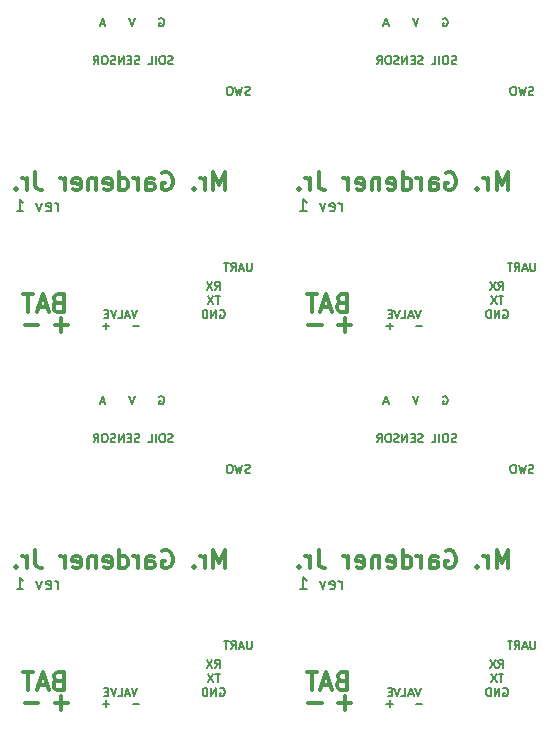
<source format=gbr>
G04 #@! TF.GenerationSoftware,KiCad,Pcbnew,5.0.2-bee76a0~70~ubuntu18.04.1*
G04 #@! TF.CreationDate,2019-07-19T10:53:47+02:00*
G04 #@! TF.ProjectId,AutoGardener_Outdoor_panel,4175746f-4761-4726-9465-6e65725f4f75,rev?*
G04 #@! TF.SameCoordinates,Original*
G04 #@! TF.FileFunction,Legend,Bot*
G04 #@! TF.FilePolarity,Positive*
%FSLAX46Y46*%
G04 Gerber Fmt 4.6, Leading zero omitted, Abs format (unit mm)*
G04 Created by KiCad (PCBNEW 5.0.2-bee76a0~70~ubuntu18.04.1) date Fri 19 Jul 2019 10:53:47 CEST*
%MOMM*%
%LPD*%
G01*
G04 APERTURE LIST*
%ADD10C,0.150000*%
%ADD11C,0.300000*%
G04 APERTURE END LIST*
D10*
X215033333Y-82150000D02*
X215566666Y-82150000D01*
X184738095Y-72452380D02*
X184738095Y-71785714D01*
X184738095Y-71976190D02*
X184690476Y-71880952D01*
X184642857Y-71833333D01*
X184547619Y-71785714D01*
X184452380Y-71785714D01*
X183738095Y-72404761D02*
X183833333Y-72452380D01*
X184023809Y-72452380D01*
X184119047Y-72404761D01*
X184166666Y-72309523D01*
X184166666Y-71928571D01*
X184119047Y-71833333D01*
X184023809Y-71785714D01*
X183833333Y-71785714D01*
X183738095Y-71833333D01*
X183690476Y-71928571D01*
X183690476Y-72023809D01*
X184166666Y-72119047D01*
X183357142Y-71785714D02*
X183119047Y-72452380D01*
X182880952Y-71785714D01*
X181214285Y-72452380D02*
X181785714Y-72452380D01*
X181500000Y-72452380D02*
X181500000Y-71452380D01*
X181595238Y-71595238D01*
X181690476Y-71690476D01*
X181785714Y-71738095D01*
X215233333Y-56116666D02*
X215000000Y-56816666D01*
X214766666Y-56116666D01*
X212666666Y-56616666D02*
X212333333Y-56616666D01*
X212733333Y-56816666D02*
X212500000Y-56116666D01*
X212266666Y-56816666D01*
X188533333Y-82150000D02*
X189066666Y-82150000D01*
X188800000Y-81883333D02*
X188800000Y-82416666D01*
X225116666Y-76816666D02*
X225116666Y-77383333D01*
X225083333Y-77450000D01*
X225050000Y-77483333D01*
X224983333Y-77516666D01*
X224850000Y-77516666D01*
X224783333Y-77483333D01*
X224750000Y-77450000D01*
X224716666Y-77383333D01*
X224716666Y-76816666D01*
X224416666Y-77316666D02*
X224083333Y-77316666D01*
X224483333Y-77516666D02*
X224250000Y-76816666D01*
X224016666Y-77516666D01*
X223383333Y-77516666D02*
X223616666Y-77183333D01*
X223783333Y-77516666D02*
X223783333Y-76816666D01*
X223516666Y-76816666D01*
X223450000Y-76850000D01*
X223416666Y-76883333D01*
X223383333Y-76950000D01*
X223383333Y-77050000D01*
X223416666Y-77116666D01*
X223450000Y-77150000D01*
X223516666Y-77183333D01*
X223783333Y-77183333D01*
X223183333Y-76816666D02*
X222783333Y-76816666D01*
X222983333Y-77516666D02*
X222983333Y-76816666D01*
X191233333Y-56116666D02*
X191000000Y-56816666D01*
X190766666Y-56116666D01*
D11*
X185571428Y-82107142D02*
X184428571Y-82107142D01*
X185000000Y-82678571D02*
X185000000Y-81535714D01*
D10*
X201116666Y-76816666D02*
X201116666Y-77383333D01*
X201083333Y-77450000D01*
X201050000Y-77483333D01*
X200983333Y-77516666D01*
X200850000Y-77516666D01*
X200783333Y-77483333D01*
X200750000Y-77450000D01*
X200716666Y-77383333D01*
X200716666Y-76816666D01*
X200416666Y-77316666D02*
X200083333Y-77316666D01*
X200483333Y-77516666D02*
X200250000Y-76816666D01*
X200016666Y-77516666D01*
X199383333Y-77516666D02*
X199616666Y-77183333D01*
X199783333Y-77516666D02*
X199783333Y-76816666D01*
X199516666Y-76816666D01*
X199450000Y-76850000D01*
X199416666Y-76883333D01*
X199383333Y-76950000D01*
X199383333Y-77050000D01*
X199416666Y-77116666D01*
X199450000Y-77150000D01*
X199516666Y-77183333D01*
X199783333Y-77183333D01*
X199183333Y-76816666D02*
X198783333Y-76816666D01*
X198983333Y-77516666D02*
X198983333Y-76816666D01*
D11*
X209571428Y-82107142D02*
X208428571Y-82107142D01*
X209000000Y-82678571D02*
X209000000Y-81535714D01*
D10*
X218450000Y-59983333D02*
X218350000Y-60016666D01*
X218183333Y-60016666D01*
X218116666Y-59983333D01*
X218083333Y-59950000D01*
X218050000Y-59883333D01*
X218050000Y-59816666D01*
X218083333Y-59750000D01*
X218116666Y-59716666D01*
X218183333Y-59683333D01*
X218316666Y-59650000D01*
X218383333Y-59616666D01*
X218416666Y-59583333D01*
X218450000Y-59516666D01*
X218450000Y-59450000D01*
X218416666Y-59383333D01*
X218383333Y-59350000D01*
X218316666Y-59316666D01*
X218150000Y-59316666D01*
X218050000Y-59350000D01*
X217616666Y-59316666D02*
X217483333Y-59316666D01*
X217416666Y-59350000D01*
X217350000Y-59416666D01*
X217316666Y-59550000D01*
X217316666Y-59783333D01*
X217350000Y-59916666D01*
X217416666Y-59983333D01*
X217483333Y-60016666D01*
X217616666Y-60016666D01*
X217683333Y-59983333D01*
X217750000Y-59916666D01*
X217783333Y-59783333D01*
X217783333Y-59550000D01*
X217750000Y-59416666D01*
X217683333Y-59350000D01*
X217616666Y-59316666D01*
X217016666Y-60016666D02*
X217016666Y-59316666D01*
X216350000Y-60016666D02*
X216683333Y-60016666D01*
X216683333Y-59316666D01*
X215616666Y-59983333D02*
X215516666Y-60016666D01*
X215350000Y-60016666D01*
X215283333Y-59983333D01*
X215250000Y-59950000D01*
X215216666Y-59883333D01*
X215216666Y-59816666D01*
X215250000Y-59750000D01*
X215283333Y-59716666D01*
X215350000Y-59683333D01*
X215483333Y-59650000D01*
X215550000Y-59616666D01*
X215583333Y-59583333D01*
X215616666Y-59516666D01*
X215616666Y-59450000D01*
X215583333Y-59383333D01*
X215550000Y-59350000D01*
X215483333Y-59316666D01*
X215316666Y-59316666D01*
X215216666Y-59350000D01*
X214916666Y-59650000D02*
X214683333Y-59650000D01*
X214583333Y-60016666D02*
X214916666Y-60016666D01*
X214916666Y-59316666D01*
X214583333Y-59316666D01*
X214283333Y-60016666D02*
X214283333Y-59316666D01*
X213883333Y-60016666D01*
X213883333Y-59316666D01*
X213583333Y-59983333D02*
X213483333Y-60016666D01*
X213316666Y-60016666D01*
X213250000Y-59983333D01*
X213216666Y-59950000D01*
X213183333Y-59883333D01*
X213183333Y-59816666D01*
X213216666Y-59750000D01*
X213250000Y-59716666D01*
X213316666Y-59683333D01*
X213450000Y-59650000D01*
X213516666Y-59616666D01*
X213550000Y-59583333D01*
X213583333Y-59516666D01*
X213583333Y-59450000D01*
X213550000Y-59383333D01*
X213516666Y-59350000D01*
X213450000Y-59316666D01*
X213283333Y-59316666D01*
X213183333Y-59350000D01*
X212750000Y-59316666D02*
X212616666Y-59316666D01*
X212550000Y-59350000D01*
X212483333Y-59416666D01*
X212450000Y-59550000D01*
X212450000Y-59783333D01*
X212483333Y-59916666D01*
X212550000Y-59983333D01*
X212616666Y-60016666D01*
X212750000Y-60016666D01*
X212816666Y-59983333D01*
X212883333Y-59916666D01*
X212916666Y-59783333D01*
X212916666Y-59550000D01*
X212883333Y-59416666D01*
X212816666Y-59350000D01*
X212750000Y-59316666D01*
X211750000Y-60016666D02*
X211983333Y-59683333D01*
X212150000Y-60016666D02*
X212150000Y-59316666D01*
X211883333Y-59316666D01*
X211816666Y-59350000D01*
X211783333Y-59383333D01*
X211750000Y-59450000D01*
X211750000Y-59550000D01*
X211783333Y-59616666D01*
X211816666Y-59650000D01*
X211883333Y-59683333D01*
X212150000Y-59683333D01*
X224966666Y-62583333D02*
X224866666Y-62616666D01*
X224700000Y-62616666D01*
X224633333Y-62583333D01*
X224600000Y-62550000D01*
X224566666Y-62483333D01*
X224566666Y-62416666D01*
X224600000Y-62350000D01*
X224633333Y-62316666D01*
X224700000Y-62283333D01*
X224833333Y-62250000D01*
X224900000Y-62216666D01*
X224933333Y-62183333D01*
X224966666Y-62116666D01*
X224966666Y-62050000D01*
X224933333Y-61983333D01*
X224900000Y-61950000D01*
X224833333Y-61916666D01*
X224666666Y-61916666D01*
X224566666Y-61950000D01*
X224333333Y-61916666D02*
X224166666Y-62616666D01*
X224033333Y-62116666D01*
X223900000Y-62616666D01*
X223733333Y-61916666D01*
X223333333Y-61916666D02*
X223200000Y-61916666D01*
X223133333Y-61950000D01*
X223066666Y-62016666D01*
X223033333Y-62150000D01*
X223033333Y-62383333D01*
X223066666Y-62516666D01*
X223133333Y-62583333D01*
X223200000Y-62616666D01*
X223333333Y-62616666D01*
X223400000Y-62583333D01*
X223466666Y-62516666D01*
X223500000Y-62383333D01*
X223500000Y-62150000D01*
X223466666Y-62016666D01*
X223400000Y-61950000D01*
X223333333Y-61916666D01*
D11*
X183071428Y-82107142D02*
X181928571Y-82107142D01*
D10*
X198016666Y-79116666D02*
X198250000Y-78783333D01*
X198416666Y-79116666D02*
X198416666Y-78416666D01*
X198150000Y-78416666D01*
X198083333Y-78450000D01*
X198050000Y-78483333D01*
X198016666Y-78550000D01*
X198016666Y-78650000D01*
X198050000Y-78716666D01*
X198083333Y-78750000D01*
X198150000Y-78783333D01*
X198416666Y-78783333D01*
X197783333Y-78416666D02*
X197316666Y-79116666D01*
X197316666Y-78416666D02*
X197783333Y-79116666D01*
X198433333Y-79616666D02*
X198033333Y-79616666D01*
X198233333Y-80316666D02*
X198233333Y-79616666D01*
X197866666Y-79616666D02*
X197400000Y-80316666D01*
X197400000Y-79616666D02*
X197866666Y-80316666D01*
X198433333Y-80850000D02*
X198500000Y-80816666D01*
X198600000Y-80816666D01*
X198700000Y-80850000D01*
X198766666Y-80916666D01*
X198800000Y-80983333D01*
X198833333Y-81116666D01*
X198833333Y-81216666D01*
X198800000Y-81350000D01*
X198766666Y-81416666D01*
X198700000Y-81483333D01*
X198600000Y-81516666D01*
X198533333Y-81516666D01*
X198433333Y-81483333D01*
X198400000Y-81450000D01*
X198400000Y-81216666D01*
X198533333Y-81216666D01*
X198100000Y-81516666D02*
X198100000Y-80816666D01*
X197700000Y-81516666D01*
X197700000Y-80816666D01*
X197366666Y-81516666D02*
X197366666Y-80816666D01*
X197200000Y-80816666D01*
X197100000Y-80850000D01*
X197033333Y-80916666D01*
X197000000Y-80983333D01*
X196966666Y-81116666D01*
X196966666Y-81216666D01*
X197000000Y-81350000D01*
X197033333Y-81416666D01*
X197100000Y-81483333D01*
X197200000Y-81516666D01*
X197366666Y-81516666D01*
X191033333Y-82150000D02*
X191566666Y-82150000D01*
X222016666Y-79116666D02*
X222250000Y-78783333D01*
X222416666Y-79116666D02*
X222416666Y-78416666D01*
X222150000Y-78416666D01*
X222083333Y-78450000D01*
X222050000Y-78483333D01*
X222016666Y-78550000D01*
X222016666Y-78650000D01*
X222050000Y-78716666D01*
X222083333Y-78750000D01*
X222150000Y-78783333D01*
X222416666Y-78783333D01*
X221783333Y-78416666D02*
X221316666Y-79116666D01*
X221316666Y-78416666D02*
X221783333Y-79116666D01*
X222433333Y-79616666D02*
X222033333Y-79616666D01*
X222233333Y-80316666D02*
X222233333Y-79616666D01*
X221866666Y-79616666D02*
X221400000Y-80316666D01*
X221400000Y-79616666D02*
X221866666Y-80316666D01*
X222433333Y-80850000D02*
X222500000Y-80816666D01*
X222600000Y-80816666D01*
X222700000Y-80850000D01*
X222766666Y-80916666D01*
X222800000Y-80983333D01*
X222833333Y-81116666D01*
X222833333Y-81216666D01*
X222800000Y-81350000D01*
X222766666Y-81416666D01*
X222700000Y-81483333D01*
X222600000Y-81516666D01*
X222533333Y-81516666D01*
X222433333Y-81483333D01*
X222400000Y-81450000D01*
X222400000Y-81216666D01*
X222533333Y-81216666D01*
X222100000Y-81516666D02*
X222100000Y-80816666D01*
X221700000Y-81516666D01*
X221700000Y-80816666D01*
X221366666Y-81516666D02*
X221366666Y-80816666D01*
X221200000Y-80816666D01*
X221100000Y-80850000D01*
X221033333Y-80916666D01*
X221000000Y-80983333D01*
X220966666Y-81116666D01*
X220966666Y-81216666D01*
X221000000Y-81350000D01*
X221033333Y-81416666D01*
X221100000Y-81483333D01*
X221200000Y-81516666D01*
X221366666Y-81516666D01*
D11*
X222857142Y-70678571D02*
X222857142Y-69178571D01*
X222357142Y-70250000D01*
X221857142Y-69178571D01*
X221857142Y-70678571D01*
X221142857Y-70678571D02*
X221142857Y-69678571D01*
X221142857Y-69964285D02*
X221071428Y-69821428D01*
X221000000Y-69750000D01*
X220857142Y-69678571D01*
X220714285Y-69678571D01*
X220214285Y-70535714D02*
X220142857Y-70607142D01*
X220214285Y-70678571D01*
X220285714Y-70607142D01*
X220214285Y-70535714D01*
X220214285Y-70678571D01*
X217571428Y-69250000D02*
X217714285Y-69178571D01*
X217928571Y-69178571D01*
X218142857Y-69250000D01*
X218285714Y-69392857D01*
X218357142Y-69535714D01*
X218428571Y-69821428D01*
X218428571Y-70035714D01*
X218357142Y-70321428D01*
X218285714Y-70464285D01*
X218142857Y-70607142D01*
X217928571Y-70678571D01*
X217785714Y-70678571D01*
X217571428Y-70607142D01*
X217500000Y-70535714D01*
X217500000Y-70035714D01*
X217785714Y-70035714D01*
X216214285Y-70678571D02*
X216214285Y-69892857D01*
X216285714Y-69750000D01*
X216428571Y-69678571D01*
X216714285Y-69678571D01*
X216857142Y-69750000D01*
X216214285Y-70607142D02*
X216357142Y-70678571D01*
X216714285Y-70678571D01*
X216857142Y-70607142D01*
X216928571Y-70464285D01*
X216928571Y-70321428D01*
X216857142Y-70178571D01*
X216714285Y-70107142D01*
X216357142Y-70107142D01*
X216214285Y-70035714D01*
X215500000Y-70678571D02*
X215500000Y-69678571D01*
X215500000Y-69964285D02*
X215428571Y-69821428D01*
X215357142Y-69750000D01*
X215214285Y-69678571D01*
X215071428Y-69678571D01*
X213928571Y-70678571D02*
X213928571Y-69178571D01*
X213928571Y-70607142D02*
X214071428Y-70678571D01*
X214357142Y-70678571D01*
X214500000Y-70607142D01*
X214571428Y-70535714D01*
X214642857Y-70392857D01*
X214642857Y-69964285D01*
X214571428Y-69821428D01*
X214500000Y-69750000D01*
X214357142Y-69678571D01*
X214071428Y-69678571D01*
X213928571Y-69750000D01*
X212642857Y-70607142D02*
X212785714Y-70678571D01*
X213071428Y-70678571D01*
X213214285Y-70607142D01*
X213285714Y-70464285D01*
X213285714Y-69892857D01*
X213214285Y-69750000D01*
X213071428Y-69678571D01*
X212785714Y-69678571D01*
X212642857Y-69750000D01*
X212571428Y-69892857D01*
X212571428Y-70035714D01*
X213285714Y-70178571D01*
X211928571Y-69678571D02*
X211928571Y-70678571D01*
X211928571Y-69821428D02*
X211857142Y-69750000D01*
X211714285Y-69678571D01*
X211500000Y-69678571D01*
X211357142Y-69750000D01*
X211285714Y-69892857D01*
X211285714Y-70678571D01*
X210000000Y-70607142D02*
X210142857Y-70678571D01*
X210428571Y-70678571D01*
X210571428Y-70607142D01*
X210642857Y-70464285D01*
X210642857Y-69892857D01*
X210571428Y-69750000D01*
X210428571Y-69678571D01*
X210142857Y-69678571D01*
X210000000Y-69750000D01*
X209928571Y-69892857D01*
X209928571Y-70035714D01*
X210642857Y-70178571D01*
X209285714Y-70678571D02*
X209285714Y-69678571D01*
X209285714Y-69964285D02*
X209214285Y-69821428D01*
X209142857Y-69750000D01*
X209000000Y-69678571D01*
X208857142Y-69678571D01*
X206785714Y-69178571D02*
X206785714Y-70250000D01*
X206857142Y-70464285D01*
X207000000Y-70607142D01*
X207214285Y-70678571D01*
X207357142Y-70678571D01*
X206071428Y-70678571D02*
X206071428Y-69678571D01*
X206071428Y-69964285D02*
X206000000Y-69821428D01*
X205928571Y-69750000D01*
X205785714Y-69678571D01*
X205642857Y-69678571D01*
X205142857Y-70535714D02*
X205071428Y-70607142D01*
X205142857Y-70678571D01*
X205214285Y-70607142D01*
X205142857Y-70535714D01*
X205142857Y-70678571D01*
X184707142Y-80192857D02*
X184492857Y-80264285D01*
X184421428Y-80335714D01*
X184350000Y-80478571D01*
X184350000Y-80692857D01*
X184421428Y-80835714D01*
X184492857Y-80907142D01*
X184635714Y-80978571D01*
X185207142Y-80978571D01*
X185207142Y-79478571D01*
X184707142Y-79478571D01*
X184564285Y-79550000D01*
X184492857Y-79621428D01*
X184421428Y-79764285D01*
X184421428Y-79907142D01*
X184492857Y-80050000D01*
X184564285Y-80121428D01*
X184707142Y-80192857D01*
X185207142Y-80192857D01*
X183778571Y-80550000D02*
X183064285Y-80550000D01*
X183921428Y-80978571D02*
X183421428Y-79478571D01*
X182921428Y-80978571D01*
X182635714Y-79478571D02*
X181778571Y-79478571D01*
X182207142Y-80978571D02*
X182207142Y-79478571D01*
D10*
X217316666Y-56150000D02*
X217383333Y-56116666D01*
X217483333Y-56116666D01*
X217583333Y-56150000D01*
X217650000Y-56216666D01*
X217683333Y-56283333D01*
X217716666Y-56416666D01*
X217716666Y-56516666D01*
X217683333Y-56650000D01*
X217650000Y-56716666D01*
X217583333Y-56783333D01*
X217483333Y-56816666D01*
X217416666Y-56816666D01*
X217316666Y-56783333D01*
X217283333Y-56750000D01*
X217283333Y-56516666D01*
X217416666Y-56516666D01*
X193316666Y-56150000D02*
X193383333Y-56116666D01*
X193483333Y-56116666D01*
X193583333Y-56150000D01*
X193650000Y-56216666D01*
X193683333Y-56283333D01*
X193716666Y-56416666D01*
X193716666Y-56516666D01*
X193683333Y-56650000D01*
X193650000Y-56716666D01*
X193583333Y-56783333D01*
X193483333Y-56816666D01*
X193416666Y-56816666D01*
X193316666Y-56783333D01*
X193283333Y-56750000D01*
X193283333Y-56516666D01*
X193416666Y-56516666D01*
X215433333Y-80816666D02*
X215200000Y-81516666D01*
X214966666Y-80816666D01*
X214766666Y-81316666D02*
X214433333Y-81316666D01*
X214833333Y-81516666D02*
X214600000Y-80816666D01*
X214366666Y-81516666D01*
X213800000Y-81516666D02*
X214133333Y-81516666D01*
X214133333Y-80816666D01*
X213666666Y-80816666D02*
X213433333Y-81516666D01*
X213200000Y-80816666D01*
X212966666Y-81150000D02*
X212733333Y-81150000D01*
X212633333Y-81516666D02*
X212966666Y-81516666D01*
X212966666Y-80816666D01*
X212633333Y-80816666D01*
X212533333Y-82150000D02*
X213066666Y-82150000D01*
X212800000Y-81883333D02*
X212800000Y-82416666D01*
X188666666Y-56616666D02*
X188333333Y-56616666D01*
X188733333Y-56816666D02*
X188500000Y-56116666D01*
X188266666Y-56816666D01*
D11*
X208707142Y-80192857D02*
X208492857Y-80264285D01*
X208421428Y-80335714D01*
X208350000Y-80478571D01*
X208350000Y-80692857D01*
X208421428Y-80835714D01*
X208492857Y-80907142D01*
X208635714Y-80978571D01*
X209207142Y-80978571D01*
X209207142Y-79478571D01*
X208707142Y-79478571D01*
X208564285Y-79550000D01*
X208492857Y-79621428D01*
X208421428Y-79764285D01*
X208421428Y-79907142D01*
X208492857Y-80050000D01*
X208564285Y-80121428D01*
X208707142Y-80192857D01*
X209207142Y-80192857D01*
X207778571Y-80550000D02*
X207064285Y-80550000D01*
X207921428Y-80978571D02*
X207421428Y-79478571D01*
X206921428Y-80978571D01*
X206635714Y-79478571D02*
X205778571Y-79478571D01*
X206207142Y-80978571D02*
X206207142Y-79478571D01*
D10*
X208738095Y-72452380D02*
X208738095Y-71785714D01*
X208738095Y-71976190D02*
X208690476Y-71880952D01*
X208642857Y-71833333D01*
X208547619Y-71785714D01*
X208452380Y-71785714D01*
X207738095Y-72404761D02*
X207833333Y-72452380D01*
X208023809Y-72452380D01*
X208119047Y-72404761D01*
X208166666Y-72309523D01*
X208166666Y-71928571D01*
X208119047Y-71833333D01*
X208023809Y-71785714D01*
X207833333Y-71785714D01*
X207738095Y-71833333D01*
X207690476Y-71928571D01*
X207690476Y-72023809D01*
X208166666Y-72119047D01*
X207357142Y-71785714D02*
X207119047Y-72452380D01*
X206880952Y-71785714D01*
X205214285Y-72452380D02*
X205785714Y-72452380D01*
X205500000Y-72452380D02*
X205500000Y-71452380D01*
X205595238Y-71595238D01*
X205690476Y-71690476D01*
X205785714Y-71738095D01*
D11*
X207071428Y-82107142D02*
X205928571Y-82107142D01*
D10*
X191433333Y-80816666D02*
X191200000Y-81516666D01*
X190966666Y-80816666D01*
X190766666Y-81316666D02*
X190433333Y-81316666D01*
X190833333Y-81516666D02*
X190600000Y-80816666D01*
X190366666Y-81516666D01*
X189800000Y-81516666D02*
X190133333Y-81516666D01*
X190133333Y-80816666D01*
X189666666Y-80816666D02*
X189433333Y-81516666D01*
X189200000Y-80816666D01*
X188966666Y-81150000D02*
X188733333Y-81150000D01*
X188633333Y-81516666D02*
X188966666Y-81516666D01*
X188966666Y-80816666D01*
X188633333Y-80816666D01*
D11*
X198857142Y-70678571D02*
X198857142Y-69178571D01*
X198357142Y-70250000D01*
X197857142Y-69178571D01*
X197857142Y-70678571D01*
X197142857Y-70678571D02*
X197142857Y-69678571D01*
X197142857Y-69964285D02*
X197071428Y-69821428D01*
X197000000Y-69750000D01*
X196857142Y-69678571D01*
X196714285Y-69678571D01*
X196214285Y-70535714D02*
X196142857Y-70607142D01*
X196214285Y-70678571D01*
X196285714Y-70607142D01*
X196214285Y-70535714D01*
X196214285Y-70678571D01*
X193571428Y-69250000D02*
X193714285Y-69178571D01*
X193928571Y-69178571D01*
X194142857Y-69250000D01*
X194285714Y-69392857D01*
X194357142Y-69535714D01*
X194428571Y-69821428D01*
X194428571Y-70035714D01*
X194357142Y-70321428D01*
X194285714Y-70464285D01*
X194142857Y-70607142D01*
X193928571Y-70678571D01*
X193785714Y-70678571D01*
X193571428Y-70607142D01*
X193500000Y-70535714D01*
X193500000Y-70035714D01*
X193785714Y-70035714D01*
X192214285Y-70678571D02*
X192214285Y-69892857D01*
X192285714Y-69750000D01*
X192428571Y-69678571D01*
X192714285Y-69678571D01*
X192857142Y-69750000D01*
X192214285Y-70607142D02*
X192357142Y-70678571D01*
X192714285Y-70678571D01*
X192857142Y-70607142D01*
X192928571Y-70464285D01*
X192928571Y-70321428D01*
X192857142Y-70178571D01*
X192714285Y-70107142D01*
X192357142Y-70107142D01*
X192214285Y-70035714D01*
X191500000Y-70678571D02*
X191500000Y-69678571D01*
X191500000Y-69964285D02*
X191428571Y-69821428D01*
X191357142Y-69750000D01*
X191214285Y-69678571D01*
X191071428Y-69678571D01*
X189928571Y-70678571D02*
X189928571Y-69178571D01*
X189928571Y-70607142D02*
X190071428Y-70678571D01*
X190357142Y-70678571D01*
X190500000Y-70607142D01*
X190571428Y-70535714D01*
X190642857Y-70392857D01*
X190642857Y-69964285D01*
X190571428Y-69821428D01*
X190500000Y-69750000D01*
X190357142Y-69678571D01*
X190071428Y-69678571D01*
X189928571Y-69750000D01*
X188642857Y-70607142D02*
X188785714Y-70678571D01*
X189071428Y-70678571D01*
X189214285Y-70607142D01*
X189285714Y-70464285D01*
X189285714Y-69892857D01*
X189214285Y-69750000D01*
X189071428Y-69678571D01*
X188785714Y-69678571D01*
X188642857Y-69750000D01*
X188571428Y-69892857D01*
X188571428Y-70035714D01*
X189285714Y-70178571D01*
X187928571Y-69678571D02*
X187928571Y-70678571D01*
X187928571Y-69821428D02*
X187857142Y-69750000D01*
X187714285Y-69678571D01*
X187500000Y-69678571D01*
X187357142Y-69750000D01*
X187285714Y-69892857D01*
X187285714Y-70678571D01*
X186000000Y-70607142D02*
X186142857Y-70678571D01*
X186428571Y-70678571D01*
X186571428Y-70607142D01*
X186642857Y-70464285D01*
X186642857Y-69892857D01*
X186571428Y-69750000D01*
X186428571Y-69678571D01*
X186142857Y-69678571D01*
X186000000Y-69750000D01*
X185928571Y-69892857D01*
X185928571Y-70035714D01*
X186642857Y-70178571D01*
X185285714Y-70678571D02*
X185285714Y-69678571D01*
X185285714Y-69964285D02*
X185214285Y-69821428D01*
X185142857Y-69750000D01*
X185000000Y-69678571D01*
X184857142Y-69678571D01*
X182785714Y-69178571D02*
X182785714Y-70250000D01*
X182857142Y-70464285D01*
X183000000Y-70607142D01*
X183214285Y-70678571D01*
X183357142Y-70678571D01*
X182071428Y-70678571D02*
X182071428Y-69678571D01*
X182071428Y-69964285D02*
X182000000Y-69821428D01*
X181928571Y-69750000D01*
X181785714Y-69678571D01*
X181642857Y-69678571D01*
X181142857Y-70535714D02*
X181071428Y-70607142D01*
X181142857Y-70678571D01*
X181214285Y-70607142D01*
X181142857Y-70535714D01*
X181142857Y-70678571D01*
D10*
X200966666Y-62583333D02*
X200866666Y-62616666D01*
X200700000Y-62616666D01*
X200633333Y-62583333D01*
X200600000Y-62550000D01*
X200566666Y-62483333D01*
X200566666Y-62416666D01*
X200600000Y-62350000D01*
X200633333Y-62316666D01*
X200700000Y-62283333D01*
X200833333Y-62250000D01*
X200900000Y-62216666D01*
X200933333Y-62183333D01*
X200966666Y-62116666D01*
X200966666Y-62050000D01*
X200933333Y-61983333D01*
X200900000Y-61950000D01*
X200833333Y-61916666D01*
X200666666Y-61916666D01*
X200566666Y-61950000D01*
X200333333Y-61916666D02*
X200166666Y-62616666D01*
X200033333Y-62116666D01*
X199900000Y-62616666D01*
X199733333Y-61916666D01*
X199333333Y-61916666D02*
X199200000Y-61916666D01*
X199133333Y-61950000D01*
X199066666Y-62016666D01*
X199033333Y-62150000D01*
X199033333Y-62383333D01*
X199066666Y-62516666D01*
X199133333Y-62583333D01*
X199200000Y-62616666D01*
X199333333Y-62616666D01*
X199400000Y-62583333D01*
X199466666Y-62516666D01*
X199500000Y-62383333D01*
X199500000Y-62150000D01*
X199466666Y-62016666D01*
X199400000Y-61950000D01*
X199333333Y-61916666D01*
X194450000Y-59983333D02*
X194350000Y-60016666D01*
X194183333Y-60016666D01*
X194116666Y-59983333D01*
X194083333Y-59950000D01*
X194050000Y-59883333D01*
X194050000Y-59816666D01*
X194083333Y-59750000D01*
X194116666Y-59716666D01*
X194183333Y-59683333D01*
X194316666Y-59650000D01*
X194383333Y-59616666D01*
X194416666Y-59583333D01*
X194450000Y-59516666D01*
X194450000Y-59450000D01*
X194416666Y-59383333D01*
X194383333Y-59350000D01*
X194316666Y-59316666D01*
X194150000Y-59316666D01*
X194050000Y-59350000D01*
X193616666Y-59316666D02*
X193483333Y-59316666D01*
X193416666Y-59350000D01*
X193350000Y-59416666D01*
X193316666Y-59550000D01*
X193316666Y-59783333D01*
X193350000Y-59916666D01*
X193416666Y-59983333D01*
X193483333Y-60016666D01*
X193616666Y-60016666D01*
X193683333Y-59983333D01*
X193750000Y-59916666D01*
X193783333Y-59783333D01*
X193783333Y-59550000D01*
X193750000Y-59416666D01*
X193683333Y-59350000D01*
X193616666Y-59316666D01*
X193016666Y-60016666D02*
X193016666Y-59316666D01*
X192350000Y-60016666D02*
X192683333Y-60016666D01*
X192683333Y-59316666D01*
X191616666Y-59983333D02*
X191516666Y-60016666D01*
X191350000Y-60016666D01*
X191283333Y-59983333D01*
X191250000Y-59950000D01*
X191216666Y-59883333D01*
X191216666Y-59816666D01*
X191250000Y-59750000D01*
X191283333Y-59716666D01*
X191350000Y-59683333D01*
X191483333Y-59650000D01*
X191550000Y-59616666D01*
X191583333Y-59583333D01*
X191616666Y-59516666D01*
X191616666Y-59450000D01*
X191583333Y-59383333D01*
X191550000Y-59350000D01*
X191483333Y-59316666D01*
X191316666Y-59316666D01*
X191216666Y-59350000D01*
X190916666Y-59650000D02*
X190683333Y-59650000D01*
X190583333Y-60016666D02*
X190916666Y-60016666D01*
X190916666Y-59316666D01*
X190583333Y-59316666D01*
X190283333Y-60016666D02*
X190283333Y-59316666D01*
X189883333Y-60016666D01*
X189883333Y-59316666D01*
X189583333Y-59983333D02*
X189483333Y-60016666D01*
X189316666Y-60016666D01*
X189250000Y-59983333D01*
X189216666Y-59950000D01*
X189183333Y-59883333D01*
X189183333Y-59816666D01*
X189216666Y-59750000D01*
X189250000Y-59716666D01*
X189316666Y-59683333D01*
X189450000Y-59650000D01*
X189516666Y-59616666D01*
X189550000Y-59583333D01*
X189583333Y-59516666D01*
X189583333Y-59450000D01*
X189550000Y-59383333D01*
X189516666Y-59350000D01*
X189450000Y-59316666D01*
X189283333Y-59316666D01*
X189183333Y-59350000D01*
X188750000Y-59316666D02*
X188616666Y-59316666D01*
X188550000Y-59350000D01*
X188483333Y-59416666D01*
X188450000Y-59550000D01*
X188450000Y-59783333D01*
X188483333Y-59916666D01*
X188550000Y-59983333D01*
X188616666Y-60016666D01*
X188750000Y-60016666D01*
X188816666Y-59983333D01*
X188883333Y-59916666D01*
X188916666Y-59783333D01*
X188916666Y-59550000D01*
X188883333Y-59416666D01*
X188816666Y-59350000D01*
X188750000Y-59316666D01*
X187750000Y-60016666D02*
X187983333Y-59683333D01*
X188150000Y-60016666D02*
X188150000Y-59316666D01*
X187883333Y-59316666D01*
X187816666Y-59350000D01*
X187783333Y-59383333D01*
X187750000Y-59450000D01*
X187750000Y-59550000D01*
X187783333Y-59616666D01*
X187816666Y-59650000D01*
X187883333Y-59683333D01*
X188150000Y-59683333D01*
X215033333Y-114150000D02*
X215566666Y-114150000D01*
X184738095Y-104452380D02*
X184738095Y-103785714D01*
X184738095Y-103976190D02*
X184690476Y-103880952D01*
X184642857Y-103833333D01*
X184547619Y-103785714D01*
X184452380Y-103785714D01*
X183738095Y-104404761D02*
X183833333Y-104452380D01*
X184023809Y-104452380D01*
X184119047Y-104404761D01*
X184166666Y-104309523D01*
X184166666Y-103928571D01*
X184119047Y-103833333D01*
X184023809Y-103785714D01*
X183833333Y-103785714D01*
X183738095Y-103833333D01*
X183690476Y-103928571D01*
X183690476Y-104023809D01*
X184166666Y-104119047D01*
X183357142Y-103785714D02*
X183119047Y-104452380D01*
X182880952Y-103785714D01*
X181214285Y-104452380D02*
X181785714Y-104452380D01*
X181500000Y-104452380D02*
X181500000Y-103452380D01*
X181595238Y-103595238D01*
X181690476Y-103690476D01*
X181785714Y-103738095D01*
X215233333Y-88116666D02*
X215000000Y-88816666D01*
X214766666Y-88116666D01*
X212666666Y-88616666D02*
X212333333Y-88616666D01*
X212733333Y-88816666D02*
X212500000Y-88116666D01*
X212266666Y-88816666D01*
X188533333Y-114150000D02*
X189066666Y-114150000D01*
X188800000Y-113883333D02*
X188800000Y-114416666D01*
X225116666Y-108816666D02*
X225116666Y-109383333D01*
X225083333Y-109450000D01*
X225050000Y-109483333D01*
X224983333Y-109516666D01*
X224850000Y-109516666D01*
X224783333Y-109483333D01*
X224750000Y-109450000D01*
X224716666Y-109383333D01*
X224716666Y-108816666D01*
X224416666Y-109316666D02*
X224083333Y-109316666D01*
X224483333Y-109516666D02*
X224250000Y-108816666D01*
X224016666Y-109516666D01*
X223383333Y-109516666D02*
X223616666Y-109183333D01*
X223783333Y-109516666D02*
X223783333Y-108816666D01*
X223516666Y-108816666D01*
X223450000Y-108850000D01*
X223416666Y-108883333D01*
X223383333Y-108950000D01*
X223383333Y-109050000D01*
X223416666Y-109116666D01*
X223450000Y-109150000D01*
X223516666Y-109183333D01*
X223783333Y-109183333D01*
X223183333Y-108816666D02*
X222783333Y-108816666D01*
X222983333Y-109516666D02*
X222983333Y-108816666D01*
X191233333Y-88116666D02*
X191000000Y-88816666D01*
X190766666Y-88116666D01*
D11*
X185571428Y-114107142D02*
X184428571Y-114107142D01*
X185000000Y-114678571D02*
X185000000Y-113535714D01*
D10*
X201116666Y-108816666D02*
X201116666Y-109383333D01*
X201083333Y-109450000D01*
X201050000Y-109483333D01*
X200983333Y-109516666D01*
X200850000Y-109516666D01*
X200783333Y-109483333D01*
X200750000Y-109450000D01*
X200716666Y-109383333D01*
X200716666Y-108816666D01*
X200416666Y-109316666D02*
X200083333Y-109316666D01*
X200483333Y-109516666D02*
X200250000Y-108816666D01*
X200016666Y-109516666D01*
X199383333Y-109516666D02*
X199616666Y-109183333D01*
X199783333Y-109516666D02*
X199783333Y-108816666D01*
X199516666Y-108816666D01*
X199450000Y-108850000D01*
X199416666Y-108883333D01*
X199383333Y-108950000D01*
X199383333Y-109050000D01*
X199416666Y-109116666D01*
X199450000Y-109150000D01*
X199516666Y-109183333D01*
X199783333Y-109183333D01*
X199183333Y-108816666D02*
X198783333Y-108816666D01*
X198983333Y-109516666D02*
X198983333Y-108816666D01*
D11*
X209571428Y-114107142D02*
X208428571Y-114107142D01*
X209000000Y-114678571D02*
X209000000Y-113535714D01*
D10*
X218450000Y-91983333D02*
X218350000Y-92016666D01*
X218183333Y-92016666D01*
X218116666Y-91983333D01*
X218083333Y-91950000D01*
X218050000Y-91883333D01*
X218050000Y-91816666D01*
X218083333Y-91750000D01*
X218116666Y-91716666D01*
X218183333Y-91683333D01*
X218316666Y-91650000D01*
X218383333Y-91616666D01*
X218416666Y-91583333D01*
X218450000Y-91516666D01*
X218450000Y-91450000D01*
X218416666Y-91383333D01*
X218383333Y-91350000D01*
X218316666Y-91316666D01*
X218150000Y-91316666D01*
X218050000Y-91350000D01*
X217616666Y-91316666D02*
X217483333Y-91316666D01*
X217416666Y-91350000D01*
X217350000Y-91416666D01*
X217316666Y-91550000D01*
X217316666Y-91783333D01*
X217350000Y-91916666D01*
X217416666Y-91983333D01*
X217483333Y-92016666D01*
X217616666Y-92016666D01*
X217683333Y-91983333D01*
X217750000Y-91916666D01*
X217783333Y-91783333D01*
X217783333Y-91550000D01*
X217750000Y-91416666D01*
X217683333Y-91350000D01*
X217616666Y-91316666D01*
X217016666Y-92016666D02*
X217016666Y-91316666D01*
X216350000Y-92016666D02*
X216683333Y-92016666D01*
X216683333Y-91316666D01*
X215616666Y-91983333D02*
X215516666Y-92016666D01*
X215350000Y-92016666D01*
X215283333Y-91983333D01*
X215250000Y-91950000D01*
X215216666Y-91883333D01*
X215216666Y-91816666D01*
X215250000Y-91750000D01*
X215283333Y-91716666D01*
X215350000Y-91683333D01*
X215483333Y-91650000D01*
X215550000Y-91616666D01*
X215583333Y-91583333D01*
X215616666Y-91516666D01*
X215616666Y-91450000D01*
X215583333Y-91383333D01*
X215550000Y-91350000D01*
X215483333Y-91316666D01*
X215316666Y-91316666D01*
X215216666Y-91350000D01*
X214916666Y-91650000D02*
X214683333Y-91650000D01*
X214583333Y-92016666D02*
X214916666Y-92016666D01*
X214916666Y-91316666D01*
X214583333Y-91316666D01*
X214283333Y-92016666D02*
X214283333Y-91316666D01*
X213883333Y-92016666D01*
X213883333Y-91316666D01*
X213583333Y-91983333D02*
X213483333Y-92016666D01*
X213316666Y-92016666D01*
X213250000Y-91983333D01*
X213216666Y-91950000D01*
X213183333Y-91883333D01*
X213183333Y-91816666D01*
X213216666Y-91750000D01*
X213250000Y-91716666D01*
X213316666Y-91683333D01*
X213450000Y-91650000D01*
X213516666Y-91616666D01*
X213550000Y-91583333D01*
X213583333Y-91516666D01*
X213583333Y-91450000D01*
X213550000Y-91383333D01*
X213516666Y-91350000D01*
X213450000Y-91316666D01*
X213283333Y-91316666D01*
X213183333Y-91350000D01*
X212750000Y-91316666D02*
X212616666Y-91316666D01*
X212550000Y-91350000D01*
X212483333Y-91416666D01*
X212450000Y-91550000D01*
X212450000Y-91783333D01*
X212483333Y-91916666D01*
X212550000Y-91983333D01*
X212616666Y-92016666D01*
X212750000Y-92016666D01*
X212816666Y-91983333D01*
X212883333Y-91916666D01*
X212916666Y-91783333D01*
X212916666Y-91550000D01*
X212883333Y-91416666D01*
X212816666Y-91350000D01*
X212750000Y-91316666D01*
X211750000Y-92016666D02*
X211983333Y-91683333D01*
X212150000Y-92016666D02*
X212150000Y-91316666D01*
X211883333Y-91316666D01*
X211816666Y-91350000D01*
X211783333Y-91383333D01*
X211750000Y-91450000D01*
X211750000Y-91550000D01*
X211783333Y-91616666D01*
X211816666Y-91650000D01*
X211883333Y-91683333D01*
X212150000Y-91683333D01*
X224966666Y-94583333D02*
X224866666Y-94616666D01*
X224700000Y-94616666D01*
X224633333Y-94583333D01*
X224600000Y-94550000D01*
X224566666Y-94483333D01*
X224566666Y-94416666D01*
X224600000Y-94350000D01*
X224633333Y-94316666D01*
X224700000Y-94283333D01*
X224833333Y-94250000D01*
X224900000Y-94216666D01*
X224933333Y-94183333D01*
X224966666Y-94116666D01*
X224966666Y-94050000D01*
X224933333Y-93983333D01*
X224900000Y-93950000D01*
X224833333Y-93916666D01*
X224666666Y-93916666D01*
X224566666Y-93950000D01*
X224333333Y-93916666D02*
X224166666Y-94616666D01*
X224033333Y-94116666D01*
X223900000Y-94616666D01*
X223733333Y-93916666D01*
X223333333Y-93916666D02*
X223200000Y-93916666D01*
X223133333Y-93950000D01*
X223066666Y-94016666D01*
X223033333Y-94150000D01*
X223033333Y-94383333D01*
X223066666Y-94516666D01*
X223133333Y-94583333D01*
X223200000Y-94616666D01*
X223333333Y-94616666D01*
X223400000Y-94583333D01*
X223466666Y-94516666D01*
X223500000Y-94383333D01*
X223500000Y-94150000D01*
X223466666Y-94016666D01*
X223400000Y-93950000D01*
X223333333Y-93916666D01*
D11*
X183071428Y-114107142D02*
X181928571Y-114107142D01*
D10*
X198016666Y-111116666D02*
X198250000Y-110783333D01*
X198416666Y-111116666D02*
X198416666Y-110416666D01*
X198150000Y-110416666D01*
X198083333Y-110450000D01*
X198050000Y-110483333D01*
X198016666Y-110550000D01*
X198016666Y-110650000D01*
X198050000Y-110716666D01*
X198083333Y-110750000D01*
X198150000Y-110783333D01*
X198416666Y-110783333D01*
X197783333Y-110416666D02*
X197316666Y-111116666D01*
X197316666Y-110416666D02*
X197783333Y-111116666D01*
X198433333Y-111616666D02*
X198033333Y-111616666D01*
X198233333Y-112316666D02*
X198233333Y-111616666D01*
X197866666Y-111616666D02*
X197400000Y-112316666D01*
X197400000Y-111616666D02*
X197866666Y-112316666D01*
X198433333Y-112850000D02*
X198500000Y-112816666D01*
X198600000Y-112816666D01*
X198700000Y-112850000D01*
X198766666Y-112916666D01*
X198800000Y-112983333D01*
X198833333Y-113116666D01*
X198833333Y-113216666D01*
X198800000Y-113350000D01*
X198766666Y-113416666D01*
X198700000Y-113483333D01*
X198600000Y-113516666D01*
X198533333Y-113516666D01*
X198433333Y-113483333D01*
X198400000Y-113450000D01*
X198400000Y-113216666D01*
X198533333Y-113216666D01*
X198100000Y-113516666D02*
X198100000Y-112816666D01*
X197700000Y-113516666D01*
X197700000Y-112816666D01*
X197366666Y-113516666D02*
X197366666Y-112816666D01*
X197200000Y-112816666D01*
X197100000Y-112850000D01*
X197033333Y-112916666D01*
X197000000Y-112983333D01*
X196966666Y-113116666D01*
X196966666Y-113216666D01*
X197000000Y-113350000D01*
X197033333Y-113416666D01*
X197100000Y-113483333D01*
X197200000Y-113516666D01*
X197366666Y-113516666D01*
X191033333Y-114150000D02*
X191566666Y-114150000D01*
X222016666Y-111116666D02*
X222250000Y-110783333D01*
X222416666Y-111116666D02*
X222416666Y-110416666D01*
X222150000Y-110416666D01*
X222083333Y-110450000D01*
X222050000Y-110483333D01*
X222016666Y-110550000D01*
X222016666Y-110650000D01*
X222050000Y-110716666D01*
X222083333Y-110750000D01*
X222150000Y-110783333D01*
X222416666Y-110783333D01*
X221783333Y-110416666D02*
X221316666Y-111116666D01*
X221316666Y-110416666D02*
X221783333Y-111116666D01*
X222433333Y-111616666D02*
X222033333Y-111616666D01*
X222233333Y-112316666D02*
X222233333Y-111616666D01*
X221866666Y-111616666D02*
X221400000Y-112316666D01*
X221400000Y-111616666D02*
X221866666Y-112316666D01*
X222433333Y-112850000D02*
X222500000Y-112816666D01*
X222600000Y-112816666D01*
X222700000Y-112850000D01*
X222766666Y-112916666D01*
X222800000Y-112983333D01*
X222833333Y-113116666D01*
X222833333Y-113216666D01*
X222800000Y-113350000D01*
X222766666Y-113416666D01*
X222700000Y-113483333D01*
X222600000Y-113516666D01*
X222533333Y-113516666D01*
X222433333Y-113483333D01*
X222400000Y-113450000D01*
X222400000Y-113216666D01*
X222533333Y-113216666D01*
X222100000Y-113516666D02*
X222100000Y-112816666D01*
X221700000Y-113516666D01*
X221700000Y-112816666D01*
X221366666Y-113516666D02*
X221366666Y-112816666D01*
X221200000Y-112816666D01*
X221100000Y-112850000D01*
X221033333Y-112916666D01*
X221000000Y-112983333D01*
X220966666Y-113116666D01*
X220966666Y-113216666D01*
X221000000Y-113350000D01*
X221033333Y-113416666D01*
X221100000Y-113483333D01*
X221200000Y-113516666D01*
X221366666Y-113516666D01*
D11*
X222857142Y-102678571D02*
X222857142Y-101178571D01*
X222357142Y-102250000D01*
X221857142Y-101178571D01*
X221857142Y-102678571D01*
X221142857Y-102678571D02*
X221142857Y-101678571D01*
X221142857Y-101964285D02*
X221071428Y-101821428D01*
X221000000Y-101750000D01*
X220857142Y-101678571D01*
X220714285Y-101678571D01*
X220214285Y-102535714D02*
X220142857Y-102607142D01*
X220214285Y-102678571D01*
X220285714Y-102607142D01*
X220214285Y-102535714D01*
X220214285Y-102678571D01*
X217571428Y-101250000D02*
X217714285Y-101178571D01*
X217928571Y-101178571D01*
X218142857Y-101250000D01*
X218285714Y-101392857D01*
X218357142Y-101535714D01*
X218428571Y-101821428D01*
X218428571Y-102035714D01*
X218357142Y-102321428D01*
X218285714Y-102464285D01*
X218142857Y-102607142D01*
X217928571Y-102678571D01*
X217785714Y-102678571D01*
X217571428Y-102607142D01*
X217500000Y-102535714D01*
X217500000Y-102035714D01*
X217785714Y-102035714D01*
X216214285Y-102678571D02*
X216214285Y-101892857D01*
X216285714Y-101750000D01*
X216428571Y-101678571D01*
X216714285Y-101678571D01*
X216857142Y-101750000D01*
X216214285Y-102607142D02*
X216357142Y-102678571D01*
X216714285Y-102678571D01*
X216857142Y-102607142D01*
X216928571Y-102464285D01*
X216928571Y-102321428D01*
X216857142Y-102178571D01*
X216714285Y-102107142D01*
X216357142Y-102107142D01*
X216214285Y-102035714D01*
X215500000Y-102678571D02*
X215500000Y-101678571D01*
X215500000Y-101964285D02*
X215428571Y-101821428D01*
X215357142Y-101750000D01*
X215214285Y-101678571D01*
X215071428Y-101678571D01*
X213928571Y-102678571D02*
X213928571Y-101178571D01*
X213928571Y-102607142D02*
X214071428Y-102678571D01*
X214357142Y-102678571D01*
X214500000Y-102607142D01*
X214571428Y-102535714D01*
X214642857Y-102392857D01*
X214642857Y-101964285D01*
X214571428Y-101821428D01*
X214500000Y-101750000D01*
X214357142Y-101678571D01*
X214071428Y-101678571D01*
X213928571Y-101750000D01*
X212642857Y-102607142D02*
X212785714Y-102678571D01*
X213071428Y-102678571D01*
X213214285Y-102607142D01*
X213285714Y-102464285D01*
X213285714Y-101892857D01*
X213214285Y-101750000D01*
X213071428Y-101678571D01*
X212785714Y-101678571D01*
X212642857Y-101750000D01*
X212571428Y-101892857D01*
X212571428Y-102035714D01*
X213285714Y-102178571D01*
X211928571Y-101678571D02*
X211928571Y-102678571D01*
X211928571Y-101821428D02*
X211857142Y-101750000D01*
X211714285Y-101678571D01*
X211500000Y-101678571D01*
X211357142Y-101750000D01*
X211285714Y-101892857D01*
X211285714Y-102678571D01*
X210000000Y-102607142D02*
X210142857Y-102678571D01*
X210428571Y-102678571D01*
X210571428Y-102607142D01*
X210642857Y-102464285D01*
X210642857Y-101892857D01*
X210571428Y-101750000D01*
X210428571Y-101678571D01*
X210142857Y-101678571D01*
X210000000Y-101750000D01*
X209928571Y-101892857D01*
X209928571Y-102035714D01*
X210642857Y-102178571D01*
X209285714Y-102678571D02*
X209285714Y-101678571D01*
X209285714Y-101964285D02*
X209214285Y-101821428D01*
X209142857Y-101750000D01*
X209000000Y-101678571D01*
X208857142Y-101678571D01*
X206785714Y-101178571D02*
X206785714Y-102250000D01*
X206857142Y-102464285D01*
X207000000Y-102607142D01*
X207214285Y-102678571D01*
X207357142Y-102678571D01*
X206071428Y-102678571D02*
X206071428Y-101678571D01*
X206071428Y-101964285D02*
X206000000Y-101821428D01*
X205928571Y-101750000D01*
X205785714Y-101678571D01*
X205642857Y-101678571D01*
X205142857Y-102535714D02*
X205071428Y-102607142D01*
X205142857Y-102678571D01*
X205214285Y-102607142D01*
X205142857Y-102535714D01*
X205142857Y-102678571D01*
X184707142Y-112192857D02*
X184492857Y-112264285D01*
X184421428Y-112335714D01*
X184350000Y-112478571D01*
X184350000Y-112692857D01*
X184421428Y-112835714D01*
X184492857Y-112907142D01*
X184635714Y-112978571D01*
X185207142Y-112978571D01*
X185207142Y-111478571D01*
X184707142Y-111478571D01*
X184564285Y-111550000D01*
X184492857Y-111621428D01*
X184421428Y-111764285D01*
X184421428Y-111907142D01*
X184492857Y-112050000D01*
X184564285Y-112121428D01*
X184707142Y-112192857D01*
X185207142Y-112192857D01*
X183778571Y-112550000D02*
X183064285Y-112550000D01*
X183921428Y-112978571D02*
X183421428Y-111478571D01*
X182921428Y-112978571D01*
X182635714Y-111478571D02*
X181778571Y-111478571D01*
X182207142Y-112978571D02*
X182207142Y-111478571D01*
D10*
X217316666Y-88150000D02*
X217383333Y-88116666D01*
X217483333Y-88116666D01*
X217583333Y-88150000D01*
X217650000Y-88216666D01*
X217683333Y-88283333D01*
X217716666Y-88416666D01*
X217716666Y-88516666D01*
X217683333Y-88650000D01*
X217650000Y-88716666D01*
X217583333Y-88783333D01*
X217483333Y-88816666D01*
X217416666Y-88816666D01*
X217316666Y-88783333D01*
X217283333Y-88750000D01*
X217283333Y-88516666D01*
X217416666Y-88516666D01*
X193316666Y-88150000D02*
X193383333Y-88116666D01*
X193483333Y-88116666D01*
X193583333Y-88150000D01*
X193650000Y-88216666D01*
X193683333Y-88283333D01*
X193716666Y-88416666D01*
X193716666Y-88516666D01*
X193683333Y-88650000D01*
X193650000Y-88716666D01*
X193583333Y-88783333D01*
X193483333Y-88816666D01*
X193416666Y-88816666D01*
X193316666Y-88783333D01*
X193283333Y-88750000D01*
X193283333Y-88516666D01*
X193416666Y-88516666D01*
X215433333Y-112816666D02*
X215200000Y-113516666D01*
X214966666Y-112816666D01*
X214766666Y-113316666D02*
X214433333Y-113316666D01*
X214833333Y-113516666D02*
X214600000Y-112816666D01*
X214366666Y-113516666D01*
X213800000Y-113516666D02*
X214133333Y-113516666D01*
X214133333Y-112816666D01*
X213666666Y-112816666D02*
X213433333Y-113516666D01*
X213200000Y-112816666D01*
X212966666Y-113150000D02*
X212733333Y-113150000D01*
X212633333Y-113516666D02*
X212966666Y-113516666D01*
X212966666Y-112816666D01*
X212633333Y-112816666D01*
X212533333Y-114150000D02*
X213066666Y-114150000D01*
X212800000Y-113883333D02*
X212800000Y-114416666D01*
X188666666Y-88616666D02*
X188333333Y-88616666D01*
X188733333Y-88816666D02*
X188500000Y-88116666D01*
X188266666Y-88816666D01*
D11*
X208707142Y-112192857D02*
X208492857Y-112264285D01*
X208421428Y-112335714D01*
X208350000Y-112478571D01*
X208350000Y-112692857D01*
X208421428Y-112835714D01*
X208492857Y-112907142D01*
X208635714Y-112978571D01*
X209207142Y-112978571D01*
X209207142Y-111478571D01*
X208707142Y-111478571D01*
X208564285Y-111550000D01*
X208492857Y-111621428D01*
X208421428Y-111764285D01*
X208421428Y-111907142D01*
X208492857Y-112050000D01*
X208564285Y-112121428D01*
X208707142Y-112192857D01*
X209207142Y-112192857D01*
X207778571Y-112550000D02*
X207064285Y-112550000D01*
X207921428Y-112978571D02*
X207421428Y-111478571D01*
X206921428Y-112978571D01*
X206635714Y-111478571D02*
X205778571Y-111478571D01*
X206207142Y-112978571D02*
X206207142Y-111478571D01*
D10*
X208738095Y-104452380D02*
X208738095Y-103785714D01*
X208738095Y-103976190D02*
X208690476Y-103880952D01*
X208642857Y-103833333D01*
X208547619Y-103785714D01*
X208452380Y-103785714D01*
X207738095Y-104404761D02*
X207833333Y-104452380D01*
X208023809Y-104452380D01*
X208119047Y-104404761D01*
X208166666Y-104309523D01*
X208166666Y-103928571D01*
X208119047Y-103833333D01*
X208023809Y-103785714D01*
X207833333Y-103785714D01*
X207738095Y-103833333D01*
X207690476Y-103928571D01*
X207690476Y-104023809D01*
X208166666Y-104119047D01*
X207357142Y-103785714D02*
X207119047Y-104452380D01*
X206880952Y-103785714D01*
X205214285Y-104452380D02*
X205785714Y-104452380D01*
X205500000Y-104452380D02*
X205500000Y-103452380D01*
X205595238Y-103595238D01*
X205690476Y-103690476D01*
X205785714Y-103738095D01*
D11*
X207071428Y-114107142D02*
X205928571Y-114107142D01*
D10*
X191433333Y-112816666D02*
X191200000Y-113516666D01*
X190966666Y-112816666D01*
X190766666Y-113316666D02*
X190433333Y-113316666D01*
X190833333Y-113516666D02*
X190600000Y-112816666D01*
X190366666Y-113516666D01*
X189800000Y-113516666D02*
X190133333Y-113516666D01*
X190133333Y-112816666D01*
X189666666Y-112816666D02*
X189433333Y-113516666D01*
X189200000Y-112816666D01*
X188966666Y-113150000D02*
X188733333Y-113150000D01*
X188633333Y-113516666D02*
X188966666Y-113516666D01*
X188966666Y-112816666D01*
X188633333Y-112816666D01*
D11*
X198857142Y-102678571D02*
X198857142Y-101178571D01*
X198357142Y-102250000D01*
X197857142Y-101178571D01*
X197857142Y-102678571D01*
X197142857Y-102678571D02*
X197142857Y-101678571D01*
X197142857Y-101964285D02*
X197071428Y-101821428D01*
X197000000Y-101750000D01*
X196857142Y-101678571D01*
X196714285Y-101678571D01*
X196214285Y-102535714D02*
X196142857Y-102607142D01*
X196214285Y-102678571D01*
X196285714Y-102607142D01*
X196214285Y-102535714D01*
X196214285Y-102678571D01*
X193571428Y-101250000D02*
X193714285Y-101178571D01*
X193928571Y-101178571D01*
X194142857Y-101250000D01*
X194285714Y-101392857D01*
X194357142Y-101535714D01*
X194428571Y-101821428D01*
X194428571Y-102035714D01*
X194357142Y-102321428D01*
X194285714Y-102464285D01*
X194142857Y-102607142D01*
X193928571Y-102678571D01*
X193785714Y-102678571D01*
X193571428Y-102607142D01*
X193500000Y-102535714D01*
X193500000Y-102035714D01*
X193785714Y-102035714D01*
X192214285Y-102678571D02*
X192214285Y-101892857D01*
X192285714Y-101750000D01*
X192428571Y-101678571D01*
X192714285Y-101678571D01*
X192857142Y-101750000D01*
X192214285Y-102607142D02*
X192357142Y-102678571D01*
X192714285Y-102678571D01*
X192857142Y-102607142D01*
X192928571Y-102464285D01*
X192928571Y-102321428D01*
X192857142Y-102178571D01*
X192714285Y-102107142D01*
X192357142Y-102107142D01*
X192214285Y-102035714D01*
X191500000Y-102678571D02*
X191500000Y-101678571D01*
X191500000Y-101964285D02*
X191428571Y-101821428D01*
X191357142Y-101750000D01*
X191214285Y-101678571D01*
X191071428Y-101678571D01*
X189928571Y-102678571D02*
X189928571Y-101178571D01*
X189928571Y-102607142D02*
X190071428Y-102678571D01*
X190357142Y-102678571D01*
X190500000Y-102607142D01*
X190571428Y-102535714D01*
X190642857Y-102392857D01*
X190642857Y-101964285D01*
X190571428Y-101821428D01*
X190500000Y-101750000D01*
X190357142Y-101678571D01*
X190071428Y-101678571D01*
X189928571Y-101750000D01*
X188642857Y-102607142D02*
X188785714Y-102678571D01*
X189071428Y-102678571D01*
X189214285Y-102607142D01*
X189285714Y-102464285D01*
X189285714Y-101892857D01*
X189214285Y-101750000D01*
X189071428Y-101678571D01*
X188785714Y-101678571D01*
X188642857Y-101750000D01*
X188571428Y-101892857D01*
X188571428Y-102035714D01*
X189285714Y-102178571D01*
X187928571Y-101678571D02*
X187928571Y-102678571D01*
X187928571Y-101821428D02*
X187857142Y-101750000D01*
X187714285Y-101678571D01*
X187500000Y-101678571D01*
X187357142Y-101750000D01*
X187285714Y-101892857D01*
X187285714Y-102678571D01*
X186000000Y-102607142D02*
X186142857Y-102678571D01*
X186428571Y-102678571D01*
X186571428Y-102607142D01*
X186642857Y-102464285D01*
X186642857Y-101892857D01*
X186571428Y-101750000D01*
X186428571Y-101678571D01*
X186142857Y-101678571D01*
X186000000Y-101750000D01*
X185928571Y-101892857D01*
X185928571Y-102035714D01*
X186642857Y-102178571D01*
X185285714Y-102678571D02*
X185285714Y-101678571D01*
X185285714Y-101964285D02*
X185214285Y-101821428D01*
X185142857Y-101750000D01*
X185000000Y-101678571D01*
X184857142Y-101678571D01*
X182785714Y-101178571D02*
X182785714Y-102250000D01*
X182857142Y-102464285D01*
X183000000Y-102607142D01*
X183214285Y-102678571D01*
X183357142Y-102678571D01*
X182071428Y-102678571D02*
X182071428Y-101678571D01*
X182071428Y-101964285D02*
X182000000Y-101821428D01*
X181928571Y-101750000D01*
X181785714Y-101678571D01*
X181642857Y-101678571D01*
X181142857Y-102535714D02*
X181071428Y-102607142D01*
X181142857Y-102678571D01*
X181214285Y-102607142D01*
X181142857Y-102535714D01*
X181142857Y-102678571D01*
D10*
X200966666Y-94583333D02*
X200866666Y-94616666D01*
X200700000Y-94616666D01*
X200633333Y-94583333D01*
X200600000Y-94550000D01*
X200566666Y-94483333D01*
X200566666Y-94416666D01*
X200600000Y-94350000D01*
X200633333Y-94316666D01*
X200700000Y-94283333D01*
X200833333Y-94250000D01*
X200900000Y-94216666D01*
X200933333Y-94183333D01*
X200966666Y-94116666D01*
X200966666Y-94050000D01*
X200933333Y-93983333D01*
X200900000Y-93950000D01*
X200833333Y-93916666D01*
X200666666Y-93916666D01*
X200566666Y-93950000D01*
X200333333Y-93916666D02*
X200166666Y-94616666D01*
X200033333Y-94116666D01*
X199900000Y-94616666D01*
X199733333Y-93916666D01*
X199333333Y-93916666D02*
X199200000Y-93916666D01*
X199133333Y-93950000D01*
X199066666Y-94016666D01*
X199033333Y-94150000D01*
X199033333Y-94383333D01*
X199066666Y-94516666D01*
X199133333Y-94583333D01*
X199200000Y-94616666D01*
X199333333Y-94616666D01*
X199400000Y-94583333D01*
X199466666Y-94516666D01*
X199500000Y-94383333D01*
X199500000Y-94150000D01*
X199466666Y-94016666D01*
X199400000Y-93950000D01*
X199333333Y-93916666D01*
X194450000Y-91983333D02*
X194350000Y-92016666D01*
X194183333Y-92016666D01*
X194116666Y-91983333D01*
X194083333Y-91950000D01*
X194050000Y-91883333D01*
X194050000Y-91816666D01*
X194083333Y-91750000D01*
X194116666Y-91716666D01*
X194183333Y-91683333D01*
X194316666Y-91650000D01*
X194383333Y-91616666D01*
X194416666Y-91583333D01*
X194450000Y-91516666D01*
X194450000Y-91450000D01*
X194416666Y-91383333D01*
X194383333Y-91350000D01*
X194316666Y-91316666D01*
X194150000Y-91316666D01*
X194050000Y-91350000D01*
X193616666Y-91316666D02*
X193483333Y-91316666D01*
X193416666Y-91350000D01*
X193350000Y-91416666D01*
X193316666Y-91550000D01*
X193316666Y-91783333D01*
X193350000Y-91916666D01*
X193416666Y-91983333D01*
X193483333Y-92016666D01*
X193616666Y-92016666D01*
X193683333Y-91983333D01*
X193750000Y-91916666D01*
X193783333Y-91783333D01*
X193783333Y-91550000D01*
X193750000Y-91416666D01*
X193683333Y-91350000D01*
X193616666Y-91316666D01*
X193016666Y-92016666D02*
X193016666Y-91316666D01*
X192350000Y-92016666D02*
X192683333Y-92016666D01*
X192683333Y-91316666D01*
X191616666Y-91983333D02*
X191516666Y-92016666D01*
X191350000Y-92016666D01*
X191283333Y-91983333D01*
X191250000Y-91950000D01*
X191216666Y-91883333D01*
X191216666Y-91816666D01*
X191250000Y-91750000D01*
X191283333Y-91716666D01*
X191350000Y-91683333D01*
X191483333Y-91650000D01*
X191550000Y-91616666D01*
X191583333Y-91583333D01*
X191616666Y-91516666D01*
X191616666Y-91450000D01*
X191583333Y-91383333D01*
X191550000Y-91350000D01*
X191483333Y-91316666D01*
X191316666Y-91316666D01*
X191216666Y-91350000D01*
X190916666Y-91650000D02*
X190683333Y-91650000D01*
X190583333Y-92016666D02*
X190916666Y-92016666D01*
X190916666Y-91316666D01*
X190583333Y-91316666D01*
X190283333Y-92016666D02*
X190283333Y-91316666D01*
X189883333Y-92016666D01*
X189883333Y-91316666D01*
X189583333Y-91983333D02*
X189483333Y-92016666D01*
X189316666Y-92016666D01*
X189250000Y-91983333D01*
X189216666Y-91950000D01*
X189183333Y-91883333D01*
X189183333Y-91816666D01*
X189216666Y-91750000D01*
X189250000Y-91716666D01*
X189316666Y-91683333D01*
X189450000Y-91650000D01*
X189516666Y-91616666D01*
X189550000Y-91583333D01*
X189583333Y-91516666D01*
X189583333Y-91450000D01*
X189550000Y-91383333D01*
X189516666Y-91350000D01*
X189450000Y-91316666D01*
X189283333Y-91316666D01*
X189183333Y-91350000D01*
X188750000Y-91316666D02*
X188616666Y-91316666D01*
X188550000Y-91350000D01*
X188483333Y-91416666D01*
X188450000Y-91550000D01*
X188450000Y-91783333D01*
X188483333Y-91916666D01*
X188550000Y-91983333D01*
X188616666Y-92016666D01*
X188750000Y-92016666D01*
X188816666Y-91983333D01*
X188883333Y-91916666D01*
X188916666Y-91783333D01*
X188916666Y-91550000D01*
X188883333Y-91416666D01*
X188816666Y-91350000D01*
X188750000Y-91316666D01*
X187750000Y-92016666D02*
X187983333Y-91683333D01*
X188150000Y-92016666D02*
X188150000Y-91316666D01*
X187883333Y-91316666D01*
X187816666Y-91350000D01*
X187783333Y-91383333D01*
X187750000Y-91450000D01*
X187750000Y-91550000D01*
X187783333Y-91616666D01*
X187816666Y-91650000D01*
X187883333Y-91683333D01*
X188150000Y-91683333D01*
M02*

</source>
